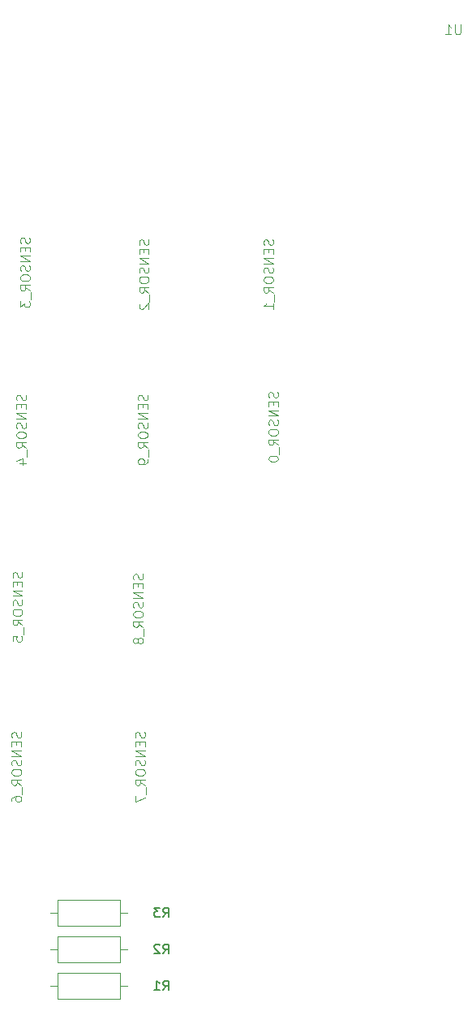
<source format=gbr>
G04 #@! TF.GenerationSoftware,KiCad,Pcbnew,8.0.0*
G04 #@! TF.CreationDate,2024-10-02T08:02:54-07:00*
G04 #@! TF.ProjectId,sumitomo_node_v3,73756d69-746f-46d6-9f5f-6e6f64655f76,rev?*
G04 #@! TF.SameCoordinates,Original*
G04 #@! TF.FileFunction,Legend,Bot*
G04 #@! TF.FilePolarity,Positive*
%FSLAX46Y46*%
G04 Gerber Fmt 4.6, Leading zero omitted, Abs format (unit mm)*
G04 Created by KiCad (PCBNEW 8.0.0) date 2024-10-02 08:02:54*
%MOMM*%
%LPD*%
G01*
G04 APERTURE LIST*
%ADD10C,0.100000*%
%ADD11C,0.150000*%
%ADD12C,0.120000*%
%ADD13C,3.200000*%
%ADD14C,1.600000*%
%ADD15O,1.600000X1.600000*%
%ADD16R,2.400000X2.400000*%
%ADD17R,2.400000X1.600000*%
%ADD18O,2.400000X1.600000*%
%ADD19R,2.200000X2.200000*%
%ADD20O,2.200000X2.200000*%
%ADD21R,1.800000X1.800000*%
%ADD22C,1.800000*%
%ADD23R,2.000000X2.000000*%
%ADD24R,1.600000X1.600000*%
G04 APERTURE END LIST*
D10*
X82324800Y-76756265D02*
X82372419Y-76899122D01*
X82372419Y-76899122D02*
X82372419Y-77137217D01*
X82372419Y-77137217D02*
X82324800Y-77232455D01*
X82324800Y-77232455D02*
X82277180Y-77280074D01*
X82277180Y-77280074D02*
X82181942Y-77327693D01*
X82181942Y-77327693D02*
X82086704Y-77327693D01*
X82086704Y-77327693D02*
X81991466Y-77280074D01*
X81991466Y-77280074D02*
X81943847Y-77232455D01*
X81943847Y-77232455D02*
X81896228Y-77137217D01*
X81896228Y-77137217D02*
X81848609Y-76946741D01*
X81848609Y-76946741D02*
X81800990Y-76851503D01*
X81800990Y-76851503D02*
X81753371Y-76803884D01*
X81753371Y-76803884D02*
X81658133Y-76756265D01*
X81658133Y-76756265D02*
X81562895Y-76756265D01*
X81562895Y-76756265D02*
X81467657Y-76803884D01*
X81467657Y-76803884D02*
X81420038Y-76851503D01*
X81420038Y-76851503D02*
X81372419Y-76946741D01*
X81372419Y-76946741D02*
X81372419Y-77184836D01*
X81372419Y-77184836D02*
X81420038Y-77327693D01*
X81848609Y-77756265D02*
X81848609Y-78089598D01*
X82372419Y-78232455D02*
X82372419Y-77756265D01*
X82372419Y-77756265D02*
X81372419Y-77756265D01*
X81372419Y-77756265D02*
X81372419Y-78232455D01*
X82372419Y-78661027D02*
X81372419Y-78661027D01*
X81372419Y-78661027D02*
X82372419Y-79232455D01*
X82372419Y-79232455D02*
X81372419Y-79232455D01*
X82324800Y-79661027D02*
X82372419Y-79803884D01*
X82372419Y-79803884D02*
X82372419Y-80041979D01*
X82372419Y-80041979D02*
X82324800Y-80137217D01*
X82324800Y-80137217D02*
X82277180Y-80184836D01*
X82277180Y-80184836D02*
X82181942Y-80232455D01*
X82181942Y-80232455D02*
X82086704Y-80232455D01*
X82086704Y-80232455D02*
X81991466Y-80184836D01*
X81991466Y-80184836D02*
X81943847Y-80137217D01*
X81943847Y-80137217D02*
X81896228Y-80041979D01*
X81896228Y-80041979D02*
X81848609Y-79851503D01*
X81848609Y-79851503D02*
X81800990Y-79756265D01*
X81800990Y-79756265D02*
X81753371Y-79708646D01*
X81753371Y-79708646D02*
X81658133Y-79661027D01*
X81658133Y-79661027D02*
X81562895Y-79661027D01*
X81562895Y-79661027D02*
X81467657Y-79708646D01*
X81467657Y-79708646D02*
X81420038Y-79756265D01*
X81420038Y-79756265D02*
X81372419Y-79851503D01*
X81372419Y-79851503D02*
X81372419Y-80089598D01*
X81372419Y-80089598D02*
X81420038Y-80232455D01*
X81372419Y-80851503D02*
X81372419Y-81041979D01*
X81372419Y-81041979D02*
X81420038Y-81137217D01*
X81420038Y-81137217D02*
X81515276Y-81232455D01*
X81515276Y-81232455D02*
X81705752Y-81280074D01*
X81705752Y-81280074D02*
X82039085Y-81280074D01*
X82039085Y-81280074D02*
X82229561Y-81232455D01*
X82229561Y-81232455D02*
X82324800Y-81137217D01*
X82324800Y-81137217D02*
X82372419Y-81041979D01*
X82372419Y-81041979D02*
X82372419Y-80851503D01*
X82372419Y-80851503D02*
X82324800Y-80756265D01*
X82324800Y-80756265D02*
X82229561Y-80661027D01*
X82229561Y-80661027D02*
X82039085Y-80613408D01*
X82039085Y-80613408D02*
X81705752Y-80613408D01*
X81705752Y-80613408D02*
X81515276Y-80661027D01*
X81515276Y-80661027D02*
X81420038Y-80756265D01*
X81420038Y-80756265D02*
X81372419Y-80851503D01*
X82372419Y-82280074D02*
X81896228Y-81946741D01*
X82372419Y-81708646D02*
X81372419Y-81708646D01*
X81372419Y-81708646D02*
X81372419Y-82089598D01*
X81372419Y-82089598D02*
X81420038Y-82184836D01*
X81420038Y-82184836D02*
X81467657Y-82232455D01*
X81467657Y-82232455D02*
X81562895Y-82280074D01*
X81562895Y-82280074D02*
X81705752Y-82280074D01*
X81705752Y-82280074D02*
X81800990Y-82232455D01*
X81800990Y-82232455D02*
X81848609Y-82184836D01*
X81848609Y-82184836D02*
X81896228Y-82089598D01*
X81896228Y-82089598D02*
X81896228Y-81708646D01*
X82467657Y-82470551D02*
X82467657Y-83232455D01*
X82372419Y-83518170D02*
X82372419Y-83708646D01*
X82372419Y-83708646D02*
X82324800Y-83803884D01*
X82324800Y-83803884D02*
X82277180Y-83851503D01*
X82277180Y-83851503D02*
X82134323Y-83946741D01*
X82134323Y-83946741D02*
X81943847Y-83994360D01*
X81943847Y-83994360D02*
X81562895Y-83994360D01*
X81562895Y-83994360D02*
X81467657Y-83946741D01*
X81467657Y-83946741D02*
X81420038Y-83899122D01*
X81420038Y-83899122D02*
X81372419Y-83803884D01*
X81372419Y-83803884D02*
X81372419Y-83613408D01*
X81372419Y-83613408D02*
X81420038Y-83518170D01*
X81420038Y-83518170D02*
X81467657Y-83470551D01*
X81467657Y-83470551D02*
X81562895Y-83422932D01*
X81562895Y-83422932D02*
X81800990Y-83422932D01*
X81800990Y-83422932D02*
X81896228Y-83470551D01*
X81896228Y-83470551D02*
X81943847Y-83518170D01*
X81943847Y-83518170D02*
X81991466Y-83613408D01*
X81991466Y-83613408D02*
X81991466Y-83803884D01*
X81991466Y-83803884D02*
X81943847Y-83899122D01*
X81943847Y-83899122D02*
X81896228Y-83946741D01*
X81896228Y-83946741D02*
X81800990Y-83994360D01*
X81824800Y-95456265D02*
X81872419Y-95599122D01*
X81872419Y-95599122D02*
X81872419Y-95837217D01*
X81872419Y-95837217D02*
X81824800Y-95932455D01*
X81824800Y-95932455D02*
X81777180Y-95980074D01*
X81777180Y-95980074D02*
X81681942Y-96027693D01*
X81681942Y-96027693D02*
X81586704Y-96027693D01*
X81586704Y-96027693D02*
X81491466Y-95980074D01*
X81491466Y-95980074D02*
X81443847Y-95932455D01*
X81443847Y-95932455D02*
X81396228Y-95837217D01*
X81396228Y-95837217D02*
X81348609Y-95646741D01*
X81348609Y-95646741D02*
X81300990Y-95551503D01*
X81300990Y-95551503D02*
X81253371Y-95503884D01*
X81253371Y-95503884D02*
X81158133Y-95456265D01*
X81158133Y-95456265D02*
X81062895Y-95456265D01*
X81062895Y-95456265D02*
X80967657Y-95503884D01*
X80967657Y-95503884D02*
X80920038Y-95551503D01*
X80920038Y-95551503D02*
X80872419Y-95646741D01*
X80872419Y-95646741D02*
X80872419Y-95884836D01*
X80872419Y-95884836D02*
X80920038Y-96027693D01*
X81348609Y-96456265D02*
X81348609Y-96789598D01*
X81872419Y-96932455D02*
X81872419Y-96456265D01*
X81872419Y-96456265D02*
X80872419Y-96456265D01*
X80872419Y-96456265D02*
X80872419Y-96932455D01*
X81872419Y-97361027D02*
X80872419Y-97361027D01*
X80872419Y-97361027D02*
X81872419Y-97932455D01*
X81872419Y-97932455D02*
X80872419Y-97932455D01*
X81824800Y-98361027D02*
X81872419Y-98503884D01*
X81872419Y-98503884D02*
X81872419Y-98741979D01*
X81872419Y-98741979D02*
X81824800Y-98837217D01*
X81824800Y-98837217D02*
X81777180Y-98884836D01*
X81777180Y-98884836D02*
X81681942Y-98932455D01*
X81681942Y-98932455D02*
X81586704Y-98932455D01*
X81586704Y-98932455D02*
X81491466Y-98884836D01*
X81491466Y-98884836D02*
X81443847Y-98837217D01*
X81443847Y-98837217D02*
X81396228Y-98741979D01*
X81396228Y-98741979D02*
X81348609Y-98551503D01*
X81348609Y-98551503D02*
X81300990Y-98456265D01*
X81300990Y-98456265D02*
X81253371Y-98408646D01*
X81253371Y-98408646D02*
X81158133Y-98361027D01*
X81158133Y-98361027D02*
X81062895Y-98361027D01*
X81062895Y-98361027D02*
X80967657Y-98408646D01*
X80967657Y-98408646D02*
X80920038Y-98456265D01*
X80920038Y-98456265D02*
X80872419Y-98551503D01*
X80872419Y-98551503D02*
X80872419Y-98789598D01*
X80872419Y-98789598D02*
X80920038Y-98932455D01*
X80872419Y-99551503D02*
X80872419Y-99741979D01*
X80872419Y-99741979D02*
X80920038Y-99837217D01*
X80920038Y-99837217D02*
X81015276Y-99932455D01*
X81015276Y-99932455D02*
X81205752Y-99980074D01*
X81205752Y-99980074D02*
X81539085Y-99980074D01*
X81539085Y-99980074D02*
X81729561Y-99932455D01*
X81729561Y-99932455D02*
X81824800Y-99837217D01*
X81824800Y-99837217D02*
X81872419Y-99741979D01*
X81872419Y-99741979D02*
X81872419Y-99551503D01*
X81872419Y-99551503D02*
X81824800Y-99456265D01*
X81824800Y-99456265D02*
X81729561Y-99361027D01*
X81729561Y-99361027D02*
X81539085Y-99313408D01*
X81539085Y-99313408D02*
X81205752Y-99313408D01*
X81205752Y-99313408D02*
X81015276Y-99361027D01*
X81015276Y-99361027D02*
X80920038Y-99456265D01*
X80920038Y-99456265D02*
X80872419Y-99551503D01*
X81872419Y-100980074D02*
X81396228Y-100646741D01*
X81872419Y-100408646D02*
X80872419Y-100408646D01*
X80872419Y-100408646D02*
X80872419Y-100789598D01*
X80872419Y-100789598D02*
X80920038Y-100884836D01*
X80920038Y-100884836D02*
X80967657Y-100932455D01*
X80967657Y-100932455D02*
X81062895Y-100980074D01*
X81062895Y-100980074D02*
X81205752Y-100980074D01*
X81205752Y-100980074D02*
X81300990Y-100932455D01*
X81300990Y-100932455D02*
X81348609Y-100884836D01*
X81348609Y-100884836D02*
X81396228Y-100789598D01*
X81396228Y-100789598D02*
X81396228Y-100408646D01*
X81967657Y-101170551D02*
X81967657Y-101932455D01*
X81300990Y-102313408D02*
X81253371Y-102218170D01*
X81253371Y-102218170D02*
X81205752Y-102170551D01*
X81205752Y-102170551D02*
X81110514Y-102122932D01*
X81110514Y-102122932D02*
X81062895Y-102122932D01*
X81062895Y-102122932D02*
X80967657Y-102170551D01*
X80967657Y-102170551D02*
X80920038Y-102218170D01*
X80920038Y-102218170D02*
X80872419Y-102313408D01*
X80872419Y-102313408D02*
X80872419Y-102503884D01*
X80872419Y-102503884D02*
X80920038Y-102599122D01*
X80920038Y-102599122D02*
X80967657Y-102646741D01*
X80967657Y-102646741D02*
X81062895Y-102694360D01*
X81062895Y-102694360D02*
X81110514Y-102694360D01*
X81110514Y-102694360D02*
X81205752Y-102646741D01*
X81205752Y-102646741D02*
X81253371Y-102599122D01*
X81253371Y-102599122D02*
X81300990Y-102503884D01*
X81300990Y-102503884D02*
X81300990Y-102313408D01*
X81300990Y-102313408D02*
X81348609Y-102218170D01*
X81348609Y-102218170D02*
X81396228Y-102170551D01*
X81396228Y-102170551D02*
X81491466Y-102122932D01*
X81491466Y-102122932D02*
X81681942Y-102122932D01*
X81681942Y-102122932D02*
X81777180Y-102170551D01*
X81777180Y-102170551D02*
X81824800Y-102218170D01*
X81824800Y-102218170D02*
X81872419Y-102313408D01*
X81872419Y-102313408D02*
X81872419Y-102503884D01*
X81872419Y-102503884D02*
X81824800Y-102599122D01*
X81824800Y-102599122D02*
X81777180Y-102646741D01*
X81777180Y-102646741D02*
X81681942Y-102694360D01*
X81681942Y-102694360D02*
X81491466Y-102694360D01*
X81491466Y-102694360D02*
X81396228Y-102646741D01*
X81396228Y-102646741D02*
X81348609Y-102599122D01*
X81348609Y-102599122D02*
X81300990Y-102503884D01*
X82024800Y-111956265D02*
X82072419Y-112099122D01*
X82072419Y-112099122D02*
X82072419Y-112337217D01*
X82072419Y-112337217D02*
X82024800Y-112432455D01*
X82024800Y-112432455D02*
X81977180Y-112480074D01*
X81977180Y-112480074D02*
X81881942Y-112527693D01*
X81881942Y-112527693D02*
X81786704Y-112527693D01*
X81786704Y-112527693D02*
X81691466Y-112480074D01*
X81691466Y-112480074D02*
X81643847Y-112432455D01*
X81643847Y-112432455D02*
X81596228Y-112337217D01*
X81596228Y-112337217D02*
X81548609Y-112146741D01*
X81548609Y-112146741D02*
X81500990Y-112051503D01*
X81500990Y-112051503D02*
X81453371Y-112003884D01*
X81453371Y-112003884D02*
X81358133Y-111956265D01*
X81358133Y-111956265D02*
X81262895Y-111956265D01*
X81262895Y-111956265D02*
X81167657Y-112003884D01*
X81167657Y-112003884D02*
X81120038Y-112051503D01*
X81120038Y-112051503D02*
X81072419Y-112146741D01*
X81072419Y-112146741D02*
X81072419Y-112384836D01*
X81072419Y-112384836D02*
X81120038Y-112527693D01*
X81548609Y-112956265D02*
X81548609Y-113289598D01*
X82072419Y-113432455D02*
X82072419Y-112956265D01*
X82072419Y-112956265D02*
X81072419Y-112956265D01*
X81072419Y-112956265D02*
X81072419Y-113432455D01*
X82072419Y-113861027D02*
X81072419Y-113861027D01*
X81072419Y-113861027D02*
X82072419Y-114432455D01*
X82072419Y-114432455D02*
X81072419Y-114432455D01*
X82024800Y-114861027D02*
X82072419Y-115003884D01*
X82072419Y-115003884D02*
X82072419Y-115241979D01*
X82072419Y-115241979D02*
X82024800Y-115337217D01*
X82024800Y-115337217D02*
X81977180Y-115384836D01*
X81977180Y-115384836D02*
X81881942Y-115432455D01*
X81881942Y-115432455D02*
X81786704Y-115432455D01*
X81786704Y-115432455D02*
X81691466Y-115384836D01*
X81691466Y-115384836D02*
X81643847Y-115337217D01*
X81643847Y-115337217D02*
X81596228Y-115241979D01*
X81596228Y-115241979D02*
X81548609Y-115051503D01*
X81548609Y-115051503D02*
X81500990Y-114956265D01*
X81500990Y-114956265D02*
X81453371Y-114908646D01*
X81453371Y-114908646D02*
X81358133Y-114861027D01*
X81358133Y-114861027D02*
X81262895Y-114861027D01*
X81262895Y-114861027D02*
X81167657Y-114908646D01*
X81167657Y-114908646D02*
X81120038Y-114956265D01*
X81120038Y-114956265D02*
X81072419Y-115051503D01*
X81072419Y-115051503D02*
X81072419Y-115289598D01*
X81072419Y-115289598D02*
X81120038Y-115432455D01*
X81072419Y-116051503D02*
X81072419Y-116241979D01*
X81072419Y-116241979D02*
X81120038Y-116337217D01*
X81120038Y-116337217D02*
X81215276Y-116432455D01*
X81215276Y-116432455D02*
X81405752Y-116480074D01*
X81405752Y-116480074D02*
X81739085Y-116480074D01*
X81739085Y-116480074D02*
X81929561Y-116432455D01*
X81929561Y-116432455D02*
X82024800Y-116337217D01*
X82024800Y-116337217D02*
X82072419Y-116241979D01*
X82072419Y-116241979D02*
X82072419Y-116051503D01*
X82072419Y-116051503D02*
X82024800Y-115956265D01*
X82024800Y-115956265D02*
X81929561Y-115861027D01*
X81929561Y-115861027D02*
X81739085Y-115813408D01*
X81739085Y-115813408D02*
X81405752Y-115813408D01*
X81405752Y-115813408D02*
X81215276Y-115861027D01*
X81215276Y-115861027D02*
X81120038Y-115956265D01*
X81120038Y-115956265D02*
X81072419Y-116051503D01*
X82072419Y-117480074D02*
X81596228Y-117146741D01*
X82072419Y-116908646D02*
X81072419Y-116908646D01*
X81072419Y-116908646D02*
X81072419Y-117289598D01*
X81072419Y-117289598D02*
X81120038Y-117384836D01*
X81120038Y-117384836D02*
X81167657Y-117432455D01*
X81167657Y-117432455D02*
X81262895Y-117480074D01*
X81262895Y-117480074D02*
X81405752Y-117480074D01*
X81405752Y-117480074D02*
X81500990Y-117432455D01*
X81500990Y-117432455D02*
X81548609Y-117384836D01*
X81548609Y-117384836D02*
X81596228Y-117289598D01*
X81596228Y-117289598D02*
X81596228Y-116908646D01*
X82167657Y-117670551D02*
X82167657Y-118432455D01*
X81072419Y-118575313D02*
X81072419Y-119241979D01*
X81072419Y-119241979D02*
X82072419Y-118813408D01*
X69124800Y-111956265D02*
X69172419Y-112099122D01*
X69172419Y-112099122D02*
X69172419Y-112337217D01*
X69172419Y-112337217D02*
X69124800Y-112432455D01*
X69124800Y-112432455D02*
X69077180Y-112480074D01*
X69077180Y-112480074D02*
X68981942Y-112527693D01*
X68981942Y-112527693D02*
X68886704Y-112527693D01*
X68886704Y-112527693D02*
X68791466Y-112480074D01*
X68791466Y-112480074D02*
X68743847Y-112432455D01*
X68743847Y-112432455D02*
X68696228Y-112337217D01*
X68696228Y-112337217D02*
X68648609Y-112146741D01*
X68648609Y-112146741D02*
X68600990Y-112051503D01*
X68600990Y-112051503D02*
X68553371Y-112003884D01*
X68553371Y-112003884D02*
X68458133Y-111956265D01*
X68458133Y-111956265D02*
X68362895Y-111956265D01*
X68362895Y-111956265D02*
X68267657Y-112003884D01*
X68267657Y-112003884D02*
X68220038Y-112051503D01*
X68220038Y-112051503D02*
X68172419Y-112146741D01*
X68172419Y-112146741D02*
X68172419Y-112384836D01*
X68172419Y-112384836D02*
X68220038Y-112527693D01*
X68648609Y-112956265D02*
X68648609Y-113289598D01*
X69172419Y-113432455D02*
X69172419Y-112956265D01*
X69172419Y-112956265D02*
X68172419Y-112956265D01*
X68172419Y-112956265D02*
X68172419Y-113432455D01*
X69172419Y-113861027D02*
X68172419Y-113861027D01*
X68172419Y-113861027D02*
X69172419Y-114432455D01*
X69172419Y-114432455D02*
X68172419Y-114432455D01*
X69124800Y-114861027D02*
X69172419Y-115003884D01*
X69172419Y-115003884D02*
X69172419Y-115241979D01*
X69172419Y-115241979D02*
X69124800Y-115337217D01*
X69124800Y-115337217D02*
X69077180Y-115384836D01*
X69077180Y-115384836D02*
X68981942Y-115432455D01*
X68981942Y-115432455D02*
X68886704Y-115432455D01*
X68886704Y-115432455D02*
X68791466Y-115384836D01*
X68791466Y-115384836D02*
X68743847Y-115337217D01*
X68743847Y-115337217D02*
X68696228Y-115241979D01*
X68696228Y-115241979D02*
X68648609Y-115051503D01*
X68648609Y-115051503D02*
X68600990Y-114956265D01*
X68600990Y-114956265D02*
X68553371Y-114908646D01*
X68553371Y-114908646D02*
X68458133Y-114861027D01*
X68458133Y-114861027D02*
X68362895Y-114861027D01*
X68362895Y-114861027D02*
X68267657Y-114908646D01*
X68267657Y-114908646D02*
X68220038Y-114956265D01*
X68220038Y-114956265D02*
X68172419Y-115051503D01*
X68172419Y-115051503D02*
X68172419Y-115289598D01*
X68172419Y-115289598D02*
X68220038Y-115432455D01*
X68172419Y-116051503D02*
X68172419Y-116241979D01*
X68172419Y-116241979D02*
X68220038Y-116337217D01*
X68220038Y-116337217D02*
X68315276Y-116432455D01*
X68315276Y-116432455D02*
X68505752Y-116480074D01*
X68505752Y-116480074D02*
X68839085Y-116480074D01*
X68839085Y-116480074D02*
X69029561Y-116432455D01*
X69029561Y-116432455D02*
X69124800Y-116337217D01*
X69124800Y-116337217D02*
X69172419Y-116241979D01*
X69172419Y-116241979D02*
X69172419Y-116051503D01*
X69172419Y-116051503D02*
X69124800Y-115956265D01*
X69124800Y-115956265D02*
X69029561Y-115861027D01*
X69029561Y-115861027D02*
X68839085Y-115813408D01*
X68839085Y-115813408D02*
X68505752Y-115813408D01*
X68505752Y-115813408D02*
X68315276Y-115861027D01*
X68315276Y-115861027D02*
X68220038Y-115956265D01*
X68220038Y-115956265D02*
X68172419Y-116051503D01*
X69172419Y-117480074D02*
X68696228Y-117146741D01*
X69172419Y-116908646D02*
X68172419Y-116908646D01*
X68172419Y-116908646D02*
X68172419Y-117289598D01*
X68172419Y-117289598D02*
X68220038Y-117384836D01*
X68220038Y-117384836D02*
X68267657Y-117432455D01*
X68267657Y-117432455D02*
X68362895Y-117480074D01*
X68362895Y-117480074D02*
X68505752Y-117480074D01*
X68505752Y-117480074D02*
X68600990Y-117432455D01*
X68600990Y-117432455D02*
X68648609Y-117384836D01*
X68648609Y-117384836D02*
X68696228Y-117289598D01*
X68696228Y-117289598D02*
X68696228Y-116908646D01*
X69267657Y-117670551D02*
X69267657Y-118432455D01*
X68172419Y-119099122D02*
X68172419Y-118908646D01*
X68172419Y-118908646D02*
X68220038Y-118813408D01*
X68220038Y-118813408D02*
X68267657Y-118765789D01*
X68267657Y-118765789D02*
X68410514Y-118670551D01*
X68410514Y-118670551D02*
X68600990Y-118622932D01*
X68600990Y-118622932D02*
X68981942Y-118622932D01*
X68981942Y-118622932D02*
X69077180Y-118670551D01*
X69077180Y-118670551D02*
X69124800Y-118718170D01*
X69124800Y-118718170D02*
X69172419Y-118813408D01*
X69172419Y-118813408D02*
X69172419Y-119003884D01*
X69172419Y-119003884D02*
X69124800Y-119099122D01*
X69124800Y-119099122D02*
X69077180Y-119146741D01*
X69077180Y-119146741D02*
X68981942Y-119194360D01*
X68981942Y-119194360D02*
X68743847Y-119194360D01*
X68743847Y-119194360D02*
X68648609Y-119146741D01*
X68648609Y-119146741D02*
X68600990Y-119099122D01*
X68600990Y-119099122D02*
X68553371Y-119003884D01*
X68553371Y-119003884D02*
X68553371Y-118813408D01*
X68553371Y-118813408D02*
X68600990Y-118718170D01*
X68600990Y-118718170D02*
X68648609Y-118670551D01*
X68648609Y-118670551D02*
X68743847Y-118622932D01*
X69224800Y-95256265D02*
X69272419Y-95399122D01*
X69272419Y-95399122D02*
X69272419Y-95637217D01*
X69272419Y-95637217D02*
X69224800Y-95732455D01*
X69224800Y-95732455D02*
X69177180Y-95780074D01*
X69177180Y-95780074D02*
X69081942Y-95827693D01*
X69081942Y-95827693D02*
X68986704Y-95827693D01*
X68986704Y-95827693D02*
X68891466Y-95780074D01*
X68891466Y-95780074D02*
X68843847Y-95732455D01*
X68843847Y-95732455D02*
X68796228Y-95637217D01*
X68796228Y-95637217D02*
X68748609Y-95446741D01*
X68748609Y-95446741D02*
X68700990Y-95351503D01*
X68700990Y-95351503D02*
X68653371Y-95303884D01*
X68653371Y-95303884D02*
X68558133Y-95256265D01*
X68558133Y-95256265D02*
X68462895Y-95256265D01*
X68462895Y-95256265D02*
X68367657Y-95303884D01*
X68367657Y-95303884D02*
X68320038Y-95351503D01*
X68320038Y-95351503D02*
X68272419Y-95446741D01*
X68272419Y-95446741D02*
X68272419Y-95684836D01*
X68272419Y-95684836D02*
X68320038Y-95827693D01*
X68748609Y-96256265D02*
X68748609Y-96589598D01*
X69272419Y-96732455D02*
X69272419Y-96256265D01*
X69272419Y-96256265D02*
X68272419Y-96256265D01*
X68272419Y-96256265D02*
X68272419Y-96732455D01*
X69272419Y-97161027D02*
X68272419Y-97161027D01*
X68272419Y-97161027D02*
X69272419Y-97732455D01*
X69272419Y-97732455D02*
X68272419Y-97732455D01*
X69224800Y-98161027D02*
X69272419Y-98303884D01*
X69272419Y-98303884D02*
X69272419Y-98541979D01*
X69272419Y-98541979D02*
X69224800Y-98637217D01*
X69224800Y-98637217D02*
X69177180Y-98684836D01*
X69177180Y-98684836D02*
X69081942Y-98732455D01*
X69081942Y-98732455D02*
X68986704Y-98732455D01*
X68986704Y-98732455D02*
X68891466Y-98684836D01*
X68891466Y-98684836D02*
X68843847Y-98637217D01*
X68843847Y-98637217D02*
X68796228Y-98541979D01*
X68796228Y-98541979D02*
X68748609Y-98351503D01*
X68748609Y-98351503D02*
X68700990Y-98256265D01*
X68700990Y-98256265D02*
X68653371Y-98208646D01*
X68653371Y-98208646D02*
X68558133Y-98161027D01*
X68558133Y-98161027D02*
X68462895Y-98161027D01*
X68462895Y-98161027D02*
X68367657Y-98208646D01*
X68367657Y-98208646D02*
X68320038Y-98256265D01*
X68320038Y-98256265D02*
X68272419Y-98351503D01*
X68272419Y-98351503D02*
X68272419Y-98589598D01*
X68272419Y-98589598D02*
X68320038Y-98732455D01*
X68272419Y-99351503D02*
X68272419Y-99541979D01*
X68272419Y-99541979D02*
X68320038Y-99637217D01*
X68320038Y-99637217D02*
X68415276Y-99732455D01*
X68415276Y-99732455D02*
X68605752Y-99780074D01*
X68605752Y-99780074D02*
X68939085Y-99780074D01*
X68939085Y-99780074D02*
X69129561Y-99732455D01*
X69129561Y-99732455D02*
X69224800Y-99637217D01*
X69224800Y-99637217D02*
X69272419Y-99541979D01*
X69272419Y-99541979D02*
X69272419Y-99351503D01*
X69272419Y-99351503D02*
X69224800Y-99256265D01*
X69224800Y-99256265D02*
X69129561Y-99161027D01*
X69129561Y-99161027D02*
X68939085Y-99113408D01*
X68939085Y-99113408D02*
X68605752Y-99113408D01*
X68605752Y-99113408D02*
X68415276Y-99161027D01*
X68415276Y-99161027D02*
X68320038Y-99256265D01*
X68320038Y-99256265D02*
X68272419Y-99351503D01*
X69272419Y-100780074D02*
X68796228Y-100446741D01*
X69272419Y-100208646D02*
X68272419Y-100208646D01*
X68272419Y-100208646D02*
X68272419Y-100589598D01*
X68272419Y-100589598D02*
X68320038Y-100684836D01*
X68320038Y-100684836D02*
X68367657Y-100732455D01*
X68367657Y-100732455D02*
X68462895Y-100780074D01*
X68462895Y-100780074D02*
X68605752Y-100780074D01*
X68605752Y-100780074D02*
X68700990Y-100732455D01*
X68700990Y-100732455D02*
X68748609Y-100684836D01*
X68748609Y-100684836D02*
X68796228Y-100589598D01*
X68796228Y-100589598D02*
X68796228Y-100208646D01*
X69367657Y-100970551D02*
X69367657Y-101732455D01*
X68272419Y-102446741D02*
X68272419Y-101970551D01*
X68272419Y-101970551D02*
X68748609Y-101922932D01*
X68748609Y-101922932D02*
X68700990Y-101970551D01*
X68700990Y-101970551D02*
X68653371Y-102065789D01*
X68653371Y-102065789D02*
X68653371Y-102303884D01*
X68653371Y-102303884D02*
X68700990Y-102399122D01*
X68700990Y-102399122D02*
X68748609Y-102446741D01*
X68748609Y-102446741D02*
X68843847Y-102494360D01*
X68843847Y-102494360D02*
X69081942Y-102494360D01*
X69081942Y-102494360D02*
X69177180Y-102446741D01*
X69177180Y-102446741D02*
X69224800Y-102399122D01*
X69224800Y-102399122D02*
X69272419Y-102303884D01*
X69272419Y-102303884D02*
X69272419Y-102065789D01*
X69272419Y-102065789D02*
X69224800Y-101970551D01*
X69224800Y-101970551D02*
X69177180Y-101922932D01*
X69624800Y-76756265D02*
X69672419Y-76899122D01*
X69672419Y-76899122D02*
X69672419Y-77137217D01*
X69672419Y-77137217D02*
X69624800Y-77232455D01*
X69624800Y-77232455D02*
X69577180Y-77280074D01*
X69577180Y-77280074D02*
X69481942Y-77327693D01*
X69481942Y-77327693D02*
X69386704Y-77327693D01*
X69386704Y-77327693D02*
X69291466Y-77280074D01*
X69291466Y-77280074D02*
X69243847Y-77232455D01*
X69243847Y-77232455D02*
X69196228Y-77137217D01*
X69196228Y-77137217D02*
X69148609Y-76946741D01*
X69148609Y-76946741D02*
X69100990Y-76851503D01*
X69100990Y-76851503D02*
X69053371Y-76803884D01*
X69053371Y-76803884D02*
X68958133Y-76756265D01*
X68958133Y-76756265D02*
X68862895Y-76756265D01*
X68862895Y-76756265D02*
X68767657Y-76803884D01*
X68767657Y-76803884D02*
X68720038Y-76851503D01*
X68720038Y-76851503D02*
X68672419Y-76946741D01*
X68672419Y-76946741D02*
X68672419Y-77184836D01*
X68672419Y-77184836D02*
X68720038Y-77327693D01*
X69148609Y-77756265D02*
X69148609Y-78089598D01*
X69672419Y-78232455D02*
X69672419Y-77756265D01*
X69672419Y-77756265D02*
X68672419Y-77756265D01*
X68672419Y-77756265D02*
X68672419Y-78232455D01*
X69672419Y-78661027D02*
X68672419Y-78661027D01*
X68672419Y-78661027D02*
X69672419Y-79232455D01*
X69672419Y-79232455D02*
X68672419Y-79232455D01*
X69624800Y-79661027D02*
X69672419Y-79803884D01*
X69672419Y-79803884D02*
X69672419Y-80041979D01*
X69672419Y-80041979D02*
X69624800Y-80137217D01*
X69624800Y-80137217D02*
X69577180Y-80184836D01*
X69577180Y-80184836D02*
X69481942Y-80232455D01*
X69481942Y-80232455D02*
X69386704Y-80232455D01*
X69386704Y-80232455D02*
X69291466Y-80184836D01*
X69291466Y-80184836D02*
X69243847Y-80137217D01*
X69243847Y-80137217D02*
X69196228Y-80041979D01*
X69196228Y-80041979D02*
X69148609Y-79851503D01*
X69148609Y-79851503D02*
X69100990Y-79756265D01*
X69100990Y-79756265D02*
X69053371Y-79708646D01*
X69053371Y-79708646D02*
X68958133Y-79661027D01*
X68958133Y-79661027D02*
X68862895Y-79661027D01*
X68862895Y-79661027D02*
X68767657Y-79708646D01*
X68767657Y-79708646D02*
X68720038Y-79756265D01*
X68720038Y-79756265D02*
X68672419Y-79851503D01*
X68672419Y-79851503D02*
X68672419Y-80089598D01*
X68672419Y-80089598D02*
X68720038Y-80232455D01*
X68672419Y-80851503D02*
X68672419Y-81041979D01*
X68672419Y-81041979D02*
X68720038Y-81137217D01*
X68720038Y-81137217D02*
X68815276Y-81232455D01*
X68815276Y-81232455D02*
X69005752Y-81280074D01*
X69005752Y-81280074D02*
X69339085Y-81280074D01*
X69339085Y-81280074D02*
X69529561Y-81232455D01*
X69529561Y-81232455D02*
X69624800Y-81137217D01*
X69624800Y-81137217D02*
X69672419Y-81041979D01*
X69672419Y-81041979D02*
X69672419Y-80851503D01*
X69672419Y-80851503D02*
X69624800Y-80756265D01*
X69624800Y-80756265D02*
X69529561Y-80661027D01*
X69529561Y-80661027D02*
X69339085Y-80613408D01*
X69339085Y-80613408D02*
X69005752Y-80613408D01*
X69005752Y-80613408D02*
X68815276Y-80661027D01*
X68815276Y-80661027D02*
X68720038Y-80756265D01*
X68720038Y-80756265D02*
X68672419Y-80851503D01*
X69672419Y-82280074D02*
X69196228Y-81946741D01*
X69672419Y-81708646D02*
X68672419Y-81708646D01*
X68672419Y-81708646D02*
X68672419Y-82089598D01*
X68672419Y-82089598D02*
X68720038Y-82184836D01*
X68720038Y-82184836D02*
X68767657Y-82232455D01*
X68767657Y-82232455D02*
X68862895Y-82280074D01*
X68862895Y-82280074D02*
X69005752Y-82280074D01*
X69005752Y-82280074D02*
X69100990Y-82232455D01*
X69100990Y-82232455D02*
X69148609Y-82184836D01*
X69148609Y-82184836D02*
X69196228Y-82089598D01*
X69196228Y-82089598D02*
X69196228Y-81708646D01*
X69767657Y-82470551D02*
X69767657Y-83232455D01*
X69005752Y-83899122D02*
X69672419Y-83899122D01*
X68624800Y-83661027D02*
X69339085Y-83422932D01*
X69339085Y-83422932D02*
X69339085Y-84041979D01*
X70024800Y-60356265D02*
X70072419Y-60499122D01*
X70072419Y-60499122D02*
X70072419Y-60737217D01*
X70072419Y-60737217D02*
X70024800Y-60832455D01*
X70024800Y-60832455D02*
X69977180Y-60880074D01*
X69977180Y-60880074D02*
X69881942Y-60927693D01*
X69881942Y-60927693D02*
X69786704Y-60927693D01*
X69786704Y-60927693D02*
X69691466Y-60880074D01*
X69691466Y-60880074D02*
X69643847Y-60832455D01*
X69643847Y-60832455D02*
X69596228Y-60737217D01*
X69596228Y-60737217D02*
X69548609Y-60546741D01*
X69548609Y-60546741D02*
X69500990Y-60451503D01*
X69500990Y-60451503D02*
X69453371Y-60403884D01*
X69453371Y-60403884D02*
X69358133Y-60356265D01*
X69358133Y-60356265D02*
X69262895Y-60356265D01*
X69262895Y-60356265D02*
X69167657Y-60403884D01*
X69167657Y-60403884D02*
X69120038Y-60451503D01*
X69120038Y-60451503D02*
X69072419Y-60546741D01*
X69072419Y-60546741D02*
X69072419Y-60784836D01*
X69072419Y-60784836D02*
X69120038Y-60927693D01*
X69548609Y-61356265D02*
X69548609Y-61689598D01*
X70072419Y-61832455D02*
X70072419Y-61356265D01*
X70072419Y-61356265D02*
X69072419Y-61356265D01*
X69072419Y-61356265D02*
X69072419Y-61832455D01*
X70072419Y-62261027D02*
X69072419Y-62261027D01*
X69072419Y-62261027D02*
X70072419Y-62832455D01*
X70072419Y-62832455D02*
X69072419Y-62832455D01*
X70024800Y-63261027D02*
X70072419Y-63403884D01*
X70072419Y-63403884D02*
X70072419Y-63641979D01*
X70072419Y-63641979D02*
X70024800Y-63737217D01*
X70024800Y-63737217D02*
X69977180Y-63784836D01*
X69977180Y-63784836D02*
X69881942Y-63832455D01*
X69881942Y-63832455D02*
X69786704Y-63832455D01*
X69786704Y-63832455D02*
X69691466Y-63784836D01*
X69691466Y-63784836D02*
X69643847Y-63737217D01*
X69643847Y-63737217D02*
X69596228Y-63641979D01*
X69596228Y-63641979D02*
X69548609Y-63451503D01*
X69548609Y-63451503D02*
X69500990Y-63356265D01*
X69500990Y-63356265D02*
X69453371Y-63308646D01*
X69453371Y-63308646D02*
X69358133Y-63261027D01*
X69358133Y-63261027D02*
X69262895Y-63261027D01*
X69262895Y-63261027D02*
X69167657Y-63308646D01*
X69167657Y-63308646D02*
X69120038Y-63356265D01*
X69120038Y-63356265D02*
X69072419Y-63451503D01*
X69072419Y-63451503D02*
X69072419Y-63689598D01*
X69072419Y-63689598D02*
X69120038Y-63832455D01*
X69072419Y-64451503D02*
X69072419Y-64641979D01*
X69072419Y-64641979D02*
X69120038Y-64737217D01*
X69120038Y-64737217D02*
X69215276Y-64832455D01*
X69215276Y-64832455D02*
X69405752Y-64880074D01*
X69405752Y-64880074D02*
X69739085Y-64880074D01*
X69739085Y-64880074D02*
X69929561Y-64832455D01*
X69929561Y-64832455D02*
X70024800Y-64737217D01*
X70024800Y-64737217D02*
X70072419Y-64641979D01*
X70072419Y-64641979D02*
X70072419Y-64451503D01*
X70072419Y-64451503D02*
X70024800Y-64356265D01*
X70024800Y-64356265D02*
X69929561Y-64261027D01*
X69929561Y-64261027D02*
X69739085Y-64213408D01*
X69739085Y-64213408D02*
X69405752Y-64213408D01*
X69405752Y-64213408D02*
X69215276Y-64261027D01*
X69215276Y-64261027D02*
X69120038Y-64356265D01*
X69120038Y-64356265D02*
X69072419Y-64451503D01*
X70072419Y-65880074D02*
X69596228Y-65546741D01*
X70072419Y-65308646D02*
X69072419Y-65308646D01*
X69072419Y-65308646D02*
X69072419Y-65689598D01*
X69072419Y-65689598D02*
X69120038Y-65784836D01*
X69120038Y-65784836D02*
X69167657Y-65832455D01*
X69167657Y-65832455D02*
X69262895Y-65880074D01*
X69262895Y-65880074D02*
X69405752Y-65880074D01*
X69405752Y-65880074D02*
X69500990Y-65832455D01*
X69500990Y-65832455D02*
X69548609Y-65784836D01*
X69548609Y-65784836D02*
X69596228Y-65689598D01*
X69596228Y-65689598D02*
X69596228Y-65308646D01*
X70167657Y-66070551D02*
X70167657Y-66832455D01*
X69072419Y-66975313D02*
X69072419Y-67594360D01*
X69072419Y-67594360D02*
X69453371Y-67261027D01*
X69453371Y-67261027D02*
X69453371Y-67403884D01*
X69453371Y-67403884D02*
X69500990Y-67499122D01*
X69500990Y-67499122D02*
X69548609Y-67546741D01*
X69548609Y-67546741D02*
X69643847Y-67594360D01*
X69643847Y-67594360D02*
X69881942Y-67594360D01*
X69881942Y-67594360D02*
X69977180Y-67546741D01*
X69977180Y-67546741D02*
X70024800Y-67499122D01*
X70024800Y-67499122D02*
X70072419Y-67403884D01*
X70072419Y-67403884D02*
X70072419Y-67118170D01*
X70072419Y-67118170D02*
X70024800Y-67022932D01*
X70024800Y-67022932D02*
X69977180Y-66975313D01*
X82424800Y-60556265D02*
X82472419Y-60699122D01*
X82472419Y-60699122D02*
X82472419Y-60937217D01*
X82472419Y-60937217D02*
X82424800Y-61032455D01*
X82424800Y-61032455D02*
X82377180Y-61080074D01*
X82377180Y-61080074D02*
X82281942Y-61127693D01*
X82281942Y-61127693D02*
X82186704Y-61127693D01*
X82186704Y-61127693D02*
X82091466Y-61080074D01*
X82091466Y-61080074D02*
X82043847Y-61032455D01*
X82043847Y-61032455D02*
X81996228Y-60937217D01*
X81996228Y-60937217D02*
X81948609Y-60746741D01*
X81948609Y-60746741D02*
X81900990Y-60651503D01*
X81900990Y-60651503D02*
X81853371Y-60603884D01*
X81853371Y-60603884D02*
X81758133Y-60556265D01*
X81758133Y-60556265D02*
X81662895Y-60556265D01*
X81662895Y-60556265D02*
X81567657Y-60603884D01*
X81567657Y-60603884D02*
X81520038Y-60651503D01*
X81520038Y-60651503D02*
X81472419Y-60746741D01*
X81472419Y-60746741D02*
X81472419Y-60984836D01*
X81472419Y-60984836D02*
X81520038Y-61127693D01*
X81948609Y-61556265D02*
X81948609Y-61889598D01*
X82472419Y-62032455D02*
X82472419Y-61556265D01*
X82472419Y-61556265D02*
X81472419Y-61556265D01*
X81472419Y-61556265D02*
X81472419Y-62032455D01*
X82472419Y-62461027D02*
X81472419Y-62461027D01*
X81472419Y-62461027D02*
X82472419Y-63032455D01*
X82472419Y-63032455D02*
X81472419Y-63032455D01*
X82424800Y-63461027D02*
X82472419Y-63603884D01*
X82472419Y-63603884D02*
X82472419Y-63841979D01*
X82472419Y-63841979D02*
X82424800Y-63937217D01*
X82424800Y-63937217D02*
X82377180Y-63984836D01*
X82377180Y-63984836D02*
X82281942Y-64032455D01*
X82281942Y-64032455D02*
X82186704Y-64032455D01*
X82186704Y-64032455D02*
X82091466Y-63984836D01*
X82091466Y-63984836D02*
X82043847Y-63937217D01*
X82043847Y-63937217D02*
X81996228Y-63841979D01*
X81996228Y-63841979D02*
X81948609Y-63651503D01*
X81948609Y-63651503D02*
X81900990Y-63556265D01*
X81900990Y-63556265D02*
X81853371Y-63508646D01*
X81853371Y-63508646D02*
X81758133Y-63461027D01*
X81758133Y-63461027D02*
X81662895Y-63461027D01*
X81662895Y-63461027D02*
X81567657Y-63508646D01*
X81567657Y-63508646D02*
X81520038Y-63556265D01*
X81520038Y-63556265D02*
X81472419Y-63651503D01*
X81472419Y-63651503D02*
X81472419Y-63889598D01*
X81472419Y-63889598D02*
X81520038Y-64032455D01*
X81472419Y-64651503D02*
X81472419Y-64841979D01*
X81472419Y-64841979D02*
X81520038Y-64937217D01*
X81520038Y-64937217D02*
X81615276Y-65032455D01*
X81615276Y-65032455D02*
X81805752Y-65080074D01*
X81805752Y-65080074D02*
X82139085Y-65080074D01*
X82139085Y-65080074D02*
X82329561Y-65032455D01*
X82329561Y-65032455D02*
X82424800Y-64937217D01*
X82424800Y-64937217D02*
X82472419Y-64841979D01*
X82472419Y-64841979D02*
X82472419Y-64651503D01*
X82472419Y-64651503D02*
X82424800Y-64556265D01*
X82424800Y-64556265D02*
X82329561Y-64461027D01*
X82329561Y-64461027D02*
X82139085Y-64413408D01*
X82139085Y-64413408D02*
X81805752Y-64413408D01*
X81805752Y-64413408D02*
X81615276Y-64461027D01*
X81615276Y-64461027D02*
X81520038Y-64556265D01*
X81520038Y-64556265D02*
X81472419Y-64651503D01*
X82472419Y-66080074D02*
X81996228Y-65746741D01*
X82472419Y-65508646D02*
X81472419Y-65508646D01*
X81472419Y-65508646D02*
X81472419Y-65889598D01*
X81472419Y-65889598D02*
X81520038Y-65984836D01*
X81520038Y-65984836D02*
X81567657Y-66032455D01*
X81567657Y-66032455D02*
X81662895Y-66080074D01*
X81662895Y-66080074D02*
X81805752Y-66080074D01*
X81805752Y-66080074D02*
X81900990Y-66032455D01*
X81900990Y-66032455D02*
X81948609Y-65984836D01*
X81948609Y-65984836D02*
X81996228Y-65889598D01*
X81996228Y-65889598D02*
X81996228Y-65508646D01*
X82567657Y-66270551D02*
X82567657Y-67032455D01*
X81567657Y-67222932D02*
X81520038Y-67270551D01*
X81520038Y-67270551D02*
X81472419Y-67365789D01*
X81472419Y-67365789D02*
X81472419Y-67603884D01*
X81472419Y-67603884D02*
X81520038Y-67699122D01*
X81520038Y-67699122D02*
X81567657Y-67746741D01*
X81567657Y-67746741D02*
X81662895Y-67794360D01*
X81662895Y-67794360D02*
X81758133Y-67794360D01*
X81758133Y-67794360D02*
X81900990Y-67746741D01*
X81900990Y-67746741D02*
X82472419Y-67175313D01*
X82472419Y-67175313D02*
X82472419Y-67794360D01*
X95424800Y-60556265D02*
X95472419Y-60699122D01*
X95472419Y-60699122D02*
X95472419Y-60937217D01*
X95472419Y-60937217D02*
X95424800Y-61032455D01*
X95424800Y-61032455D02*
X95377180Y-61080074D01*
X95377180Y-61080074D02*
X95281942Y-61127693D01*
X95281942Y-61127693D02*
X95186704Y-61127693D01*
X95186704Y-61127693D02*
X95091466Y-61080074D01*
X95091466Y-61080074D02*
X95043847Y-61032455D01*
X95043847Y-61032455D02*
X94996228Y-60937217D01*
X94996228Y-60937217D02*
X94948609Y-60746741D01*
X94948609Y-60746741D02*
X94900990Y-60651503D01*
X94900990Y-60651503D02*
X94853371Y-60603884D01*
X94853371Y-60603884D02*
X94758133Y-60556265D01*
X94758133Y-60556265D02*
X94662895Y-60556265D01*
X94662895Y-60556265D02*
X94567657Y-60603884D01*
X94567657Y-60603884D02*
X94520038Y-60651503D01*
X94520038Y-60651503D02*
X94472419Y-60746741D01*
X94472419Y-60746741D02*
X94472419Y-60984836D01*
X94472419Y-60984836D02*
X94520038Y-61127693D01*
X94948609Y-61556265D02*
X94948609Y-61889598D01*
X95472419Y-62032455D02*
X95472419Y-61556265D01*
X95472419Y-61556265D02*
X94472419Y-61556265D01*
X94472419Y-61556265D02*
X94472419Y-62032455D01*
X95472419Y-62461027D02*
X94472419Y-62461027D01*
X94472419Y-62461027D02*
X95472419Y-63032455D01*
X95472419Y-63032455D02*
X94472419Y-63032455D01*
X95424800Y-63461027D02*
X95472419Y-63603884D01*
X95472419Y-63603884D02*
X95472419Y-63841979D01*
X95472419Y-63841979D02*
X95424800Y-63937217D01*
X95424800Y-63937217D02*
X95377180Y-63984836D01*
X95377180Y-63984836D02*
X95281942Y-64032455D01*
X95281942Y-64032455D02*
X95186704Y-64032455D01*
X95186704Y-64032455D02*
X95091466Y-63984836D01*
X95091466Y-63984836D02*
X95043847Y-63937217D01*
X95043847Y-63937217D02*
X94996228Y-63841979D01*
X94996228Y-63841979D02*
X94948609Y-63651503D01*
X94948609Y-63651503D02*
X94900990Y-63556265D01*
X94900990Y-63556265D02*
X94853371Y-63508646D01*
X94853371Y-63508646D02*
X94758133Y-63461027D01*
X94758133Y-63461027D02*
X94662895Y-63461027D01*
X94662895Y-63461027D02*
X94567657Y-63508646D01*
X94567657Y-63508646D02*
X94520038Y-63556265D01*
X94520038Y-63556265D02*
X94472419Y-63651503D01*
X94472419Y-63651503D02*
X94472419Y-63889598D01*
X94472419Y-63889598D02*
X94520038Y-64032455D01*
X94472419Y-64651503D02*
X94472419Y-64841979D01*
X94472419Y-64841979D02*
X94520038Y-64937217D01*
X94520038Y-64937217D02*
X94615276Y-65032455D01*
X94615276Y-65032455D02*
X94805752Y-65080074D01*
X94805752Y-65080074D02*
X95139085Y-65080074D01*
X95139085Y-65080074D02*
X95329561Y-65032455D01*
X95329561Y-65032455D02*
X95424800Y-64937217D01*
X95424800Y-64937217D02*
X95472419Y-64841979D01*
X95472419Y-64841979D02*
X95472419Y-64651503D01*
X95472419Y-64651503D02*
X95424800Y-64556265D01*
X95424800Y-64556265D02*
X95329561Y-64461027D01*
X95329561Y-64461027D02*
X95139085Y-64413408D01*
X95139085Y-64413408D02*
X94805752Y-64413408D01*
X94805752Y-64413408D02*
X94615276Y-64461027D01*
X94615276Y-64461027D02*
X94520038Y-64556265D01*
X94520038Y-64556265D02*
X94472419Y-64651503D01*
X95472419Y-66080074D02*
X94996228Y-65746741D01*
X95472419Y-65508646D02*
X94472419Y-65508646D01*
X94472419Y-65508646D02*
X94472419Y-65889598D01*
X94472419Y-65889598D02*
X94520038Y-65984836D01*
X94520038Y-65984836D02*
X94567657Y-66032455D01*
X94567657Y-66032455D02*
X94662895Y-66080074D01*
X94662895Y-66080074D02*
X94805752Y-66080074D01*
X94805752Y-66080074D02*
X94900990Y-66032455D01*
X94900990Y-66032455D02*
X94948609Y-65984836D01*
X94948609Y-65984836D02*
X94996228Y-65889598D01*
X94996228Y-65889598D02*
X94996228Y-65508646D01*
X95567657Y-66270551D02*
X95567657Y-67032455D01*
X95472419Y-67794360D02*
X95472419Y-67222932D01*
X95472419Y-67508646D02*
X94472419Y-67508646D01*
X94472419Y-67508646D02*
X94615276Y-67413408D01*
X94615276Y-67413408D02*
X94710514Y-67318170D01*
X94710514Y-67318170D02*
X94758133Y-67222932D01*
X95924800Y-76456265D02*
X95972419Y-76599122D01*
X95972419Y-76599122D02*
X95972419Y-76837217D01*
X95972419Y-76837217D02*
X95924800Y-76932455D01*
X95924800Y-76932455D02*
X95877180Y-76980074D01*
X95877180Y-76980074D02*
X95781942Y-77027693D01*
X95781942Y-77027693D02*
X95686704Y-77027693D01*
X95686704Y-77027693D02*
X95591466Y-76980074D01*
X95591466Y-76980074D02*
X95543847Y-76932455D01*
X95543847Y-76932455D02*
X95496228Y-76837217D01*
X95496228Y-76837217D02*
X95448609Y-76646741D01*
X95448609Y-76646741D02*
X95400990Y-76551503D01*
X95400990Y-76551503D02*
X95353371Y-76503884D01*
X95353371Y-76503884D02*
X95258133Y-76456265D01*
X95258133Y-76456265D02*
X95162895Y-76456265D01*
X95162895Y-76456265D02*
X95067657Y-76503884D01*
X95067657Y-76503884D02*
X95020038Y-76551503D01*
X95020038Y-76551503D02*
X94972419Y-76646741D01*
X94972419Y-76646741D02*
X94972419Y-76884836D01*
X94972419Y-76884836D02*
X95020038Y-77027693D01*
X95448609Y-77456265D02*
X95448609Y-77789598D01*
X95972419Y-77932455D02*
X95972419Y-77456265D01*
X95972419Y-77456265D02*
X94972419Y-77456265D01*
X94972419Y-77456265D02*
X94972419Y-77932455D01*
X95972419Y-78361027D02*
X94972419Y-78361027D01*
X94972419Y-78361027D02*
X95972419Y-78932455D01*
X95972419Y-78932455D02*
X94972419Y-78932455D01*
X95924800Y-79361027D02*
X95972419Y-79503884D01*
X95972419Y-79503884D02*
X95972419Y-79741979D01*
X95972419Y-79741979D02*
X95924800Y-79837217D01*
X95924800Y-79837217D02*
X95877180Y-79884836D01*
X95877180Y-79884836D02*
X95781942Y-79932455D01*
X95781942Y-79932455D02*
X95686704Y-79932455D01*
X95686704Y-79932455D02*
X95591466Y-79884836D01*
X95591466Y-79884836D02*
X95543847Y-79837217D01*
X95543847Y-79837217D02*
X95496228Y-79741979D01*
X95496228Y-79741979D02*
X95448609Y-79551503D01*
X95448609Y-79551503D02*
X95400990Y-79456265D01*
X95400990Y-79456265D02*
X95353371Y-79408646D01*
X95353371Y-79408646D02*
X95258133Y-79361027D01*
X95258133Y-79361027D02*
X95162895Y-79361027D01*
X95162895Y-79361027D02*
X95067657Y-79408646D01*
X95067657Y-79408646D02*
X95020038Y-79456265D01*
X95020038Y-79456265D02*
X94972419Y-79551503D01*
X94972419Y-79551503D02*
X94972419Y-79789598D01*
X94972419Y-79789598D02*
X95020038Y-79932455D01*
X94972419Y-80551503D02*
X94972419Y-80741979D01*
X94972419Y-80741979D02*
X95020038Y-80837217D01*
X95020038Y-80837217D02*
X95115276Y-80932455D01*
X95115276Y-80932455D02*
X95305752Y-80980074D01*
X95305752Y-80980074D02*
X95639085Y-80980074D01*
X95639085Y-80980074D02*
X95829561Y-80932455D01*
X95829561Y-80932455D02*
X95924800Y-80837217D01*
X95924800Y-80837217D02*
X95972419Y-80741979D01*
X95972419Y-80741979D02*
X95972419Y-80551503D01*
X95972419Y-80551503D02*
X95924800Y-80456265D01*
X95924800Y-80456265D02*
X95829561Y-80361027D01*
X95829561Y-80361027D02*
X95639085Y-80313408D01*
X95639085Y-80313408D02*
X95305752Y-80313408D01*
X95305752Y-80313408D02*
X95115276Y-80361027D01*
X95115276Y-80361027D02*
X95020038Y-80456265D01*
X95020038Y-80456265D02*
X94972419Y-80551503D01*
X95972419Y-81980074D02*
X95496228Y-81646741D01*
X95972419Y-81408646D02*
X94972419Y-81408646D01*
X94972419Y-81408646D02*
X94972419Y-81789598D01*
X94972419Y-81789598D02*
X95020038Y-81884836D01*
X95020038Y-81884836D02*
X95067657Y-81932455D01*
X95067657Y-81932455D02*
X95162895Y-81980074D01*
X95162895Y-81980074D02*
X95305752Y-81980074D01*
X95305752Y-81980074D02*
X95400990Y-81932455D01*
X95400990Y-81932455D02*
X95448609Y-81884836D01*
X95448609Y-81884836D02*
X95496228Y-81789598D01*
X95496228Y-81789598D02*
X95496228Y-81408646D01*
X96067657Y-82170551D02*
X96067657Y-82932455D01*
X94972419Y-83361027D02*
X94972419Y-83456265D01*
X94972419Y-83456265D02*
X95020038Y-83551503D01*
X95020038Y-83551503D02*
X95067657Y-83599122D01*
X95067657Y-83599122D02*
X95162895Y-83646741D01*
X95162895Y-83646741D02*
X95353371Y-83694360D01*
X95353371Y-83694360D02*
X95591466Y-83694360D01*
X95591466Y-83694360D02*
X95781942Y-83646741D01*
X95781942Y-83646741D02*
X95877180Y-83599122D01*
X95877180Y-83599122D02*
X95924800Y-83551503D01*
X95924800Y-83551503D02*
X95972419Y-83456265D01*
X95972419Y-83456265D02*
X95972419Y-83361027D01*
X95972419Y-83361027D02*
X95924800Y-83265789D01*
X95924800Y-83265789D02*
X95877180Y-83218170D01*
X95877180Y-83218170D02*
X95781942Y-83170551D01*
X95781942Y-83170551D02*
X95591466Y-83122932D01*
X95591466Y-83122932D02*
X95353371Y-83122932D01*
X95353371Y-83122932D02*
X95162895Y-83170551D01*
X95162895Y-83170551D02*
X95067657Y-83218170D01*
X95067657Y-83218170D02*
X95020038Y-83265789D01*
X95020038Y-83265789D02*
X94972419Y-83361027D01*
D11*
X83986666Y-138884819D02*
X84319999Y-138408628D01*
X84558094Y-138884819D02*
X84558094Y-137884819D01*
X84558094Y-137884819D02*
X84177142Y-137884819D01*
X84177142Y-137884819D02*
X84081904Y-137932438D01*
X84081904Y-137932438D02*
X84034285Y-137980057D01*
X84034285Y-137980057D02*
X83986666Y-138075295D01*
X83986666Y-138075295D02*
X83986666Y-138218152D01*
X83986666Y-138218152D02*
X84034285Y-138313390D01*
X84034285Y-138313390D02*
X84081904Y-138361009D01*
X84081904Y-138361009D02*
X84177142Y-138408628D01*
X84177142Y-138408628D02*
X84558094Y-138408628D01*
X83034285Y-138884819D02*
X83605713Y-138884819D01*
X83319999Y-138884819D02*
X83319999Y-137884819D01*
X83319999Y-137884819D02*
X83415237Y-138027676D01*
X83415237Y-138027676D02*
X83510475Y-138122914D01*
X83510475Y-138122914D02*
X83605713Y-138170533D01*
X83986666Y-131264819D02*
X84319999Y-130788628D01*
X84558094Y-131264819D02*
X84558094Y-130264819D01*
X84558094Y-130264819D02*
X84177142Y-130264819D01*
X84177142Y-130264819D02*
X84081904Y-130312438D01*
X84081904Y-130312438D02*
X84034285Y-130360057D01*
X84034285Y-130360057D02*
X83986666Y-130455295D01*
X83986666Y-130455295D02*
X83986666Y-130598152D01*
X83986666Y-130598152D02*
X84034285Y-130693390D01*
X84034285Y-130693390D02*
X84081904Y-130741009D01*
X84081904Y-130741009D02*
X84177142Y-130788628D01*
X84177142Y-130788628D02*
X84558094Y-130788628D01*
X83653332Y-130264819D02*
X83034285Y-130264819D01*
X83034285Y-130264819D02*
X83367618Y-130645771D01*
X83367618Y-130645771D02*
X83224761Y-130645771D01*
X83224761Y-130645771D02*
X83129523Y-130693390D01*
X83129523Y-130693390D02*
X83081904Y-130741009D01*
X83081904Y-130741009D02*
X83034285Y-130836247D01*
X83034285Y-130836247D02*
X83034285Y-131074342D01*
X83034285Y-131074342D02*
X83081904Y-131169580D01*
X83081904Y-131169580D02*
X83129523Y-131217200D01*
X83129523Y-131217200D02*
X83224761Y-131264819D01*
X83224761Y-131264819D02*
X83510475Y-131264819D01*
X83510475Y-131264819D02*
X83605713Y-131217200D01*
X83605713Y-131217200D02*
X83653332Y-131169580D01*
X83986666Y-135074819D02*
X84319999Y-134598628D01*
X84558094Y-135074819D02*
X84558094Y-134074819D01*
X84558094Y-134074819D02*
X84177142Y-134074819D01*
X84177142Y-134074819D02*
X84081904Y-134122438D01*
X84081904Y-134122438D02*
X84034285Y-134170057D01*
X84034285Y-134170057D02*
X83986666Y-134265295D01*
X83986666Y-134265295D02*
X83986666Y-134408152D01*
X83986666Y-134408152D02*
X84034285Y-134503390D01*
X84034285Y-134503390D02*
X84081904Y-134551009D01*
X84081904Y-134551009D02*
X84177142Y-134598628D01*
X84177142Y-134598628D02*
X84558094Y-134598628D01*
X83605713Y-134170057D02*
X83558094Y-134122438D01*
X83558094Y-134122438D02*
X83462856Y-134074819D01*
X83462856Y-134074819D02*
X83224761Y-134074819D01*
X83224761Y-134074819D02*
X83129523Y-134122438D01*
X83129523Y-134122438D02*
X83081904Y-134170057D01*
X83081904Y-134170057D02*
X83034285Y-134265295D01*
X83034285Y-134265295D02*
X83034285Y-134360533D01*
X83034285Y-134360533D02*
X83081904Y-134503390D01*
X83081904Y-134503390D02*
X83653332Y-135074819D01*
X83653332Y-135074819D02*
X83034285Y-135074819D01*
D10*
X115021904Y-38121419D02*
X115021904Y-38930942D01*
X115021904Y-38930942D02*
X114974285Y-39026180D01*
X114974285Y-39026180D02*
X114926666Y-39073800D01*
X114926666Y-39073800D02*
X114831428Y-39121419D01*
X114831428Y-39121419D02*
X114640952Y-39121419D01*
X114640952Y-39121419D02*
X114545714Y-39073800D01*
X114545714Y-39073800D02*
X114498095Y-39026180D01*
X114498095Y-39026180D02*
X114450476Y-38930942D01*
X114450476Y-38930942D02*
X114450476Y-38121419D01*
X113450476Y-39121419D02*
X114021904Y-39121419D01*
X113736190Y-39121419D02*
X113736190Y-38121419D01*
X113736190Y-38121419D02*
X113831428Y-38264276D01*
X113831428Y-38264276D02*
X113926666Y-38359514D01*
X113926666Y-38359514D02*
X114021904Y-38407133D01*
D12*
X79470000Y-138430000D02*
X80240000Y-138430000D01*
X79470000Y-139800000D02*
X79470000Y-137060000D01*
X72930000Y-139800000D02*
X79470000Y-139800000D01*
X79470000Y-137060000D02*
X72930000Y-137060000D01*
X72930000Y-137060000D02*
X72930000Y-139800000D01*
X72930000Y-138430000D02*
X72160000Y-138430000D01*
X79470000Y-130810000D02*
X80240000Y-130810000D01*
X79470000Y-132180000D02*
X79470000Y-129440000D01*
X72930000Y-132180000D02*
X79470000Y-132180000D01*
X79470000Y-129440000D02*
X72930000Y-129440000D01*
X72930000Y-129440000D02*
X72930000Y-132180000D01*
X72930000Y-130810000D02*
X72160000Y-130810000D01*
X79470000Y-134620000D02*
X80240000Y-134620000D01*
X79470000Y-135990000D02*
X79470000Y-133250000D01*
X72930000Y-135990000D02*
X79470000Y-135990000D01*
X79470000Y-133250000D02*
X72930000Y-133250000D01*
X72930000Y-133250000D02*
X72930000Y-135990000D01*
X72930000Y-134620000D02*
X72160000Y-134620000D01*
%LPC*%
D13*
X65600000Y-47200000D03*
X114700000Y-47300000D03*
X114700000Y-163300000D03*
X65600000Y-163200000D03*
D14*
X104100000Y-75700000D03*
D15*
X104100000Y-85860000D03*
D14*
X98100000Y-75700000D03*
D15*
X98100000Y-85860000D03*
D14*
X101100000Y-75700000D03*
D15*
X101100000Y-85860000D03*
D14*
X103500000Y-58800000D03*
D15*
X103500000Y-68960000D03*
D14*
X97500000Y-58820000D03*
D15*
X97500000Y-68980000D03*
D14*
X100500000Y-58800000D03*
D15*
X100500000Y-68960000D03*
D14*
X90200000Y-110320000D03*
D15*
X90200000Y-120480000D03*
D14*
X84200000Y-110320000D03*
D15*
X84200000Y-120480000D03*
D14*
X87200000Y-110320000D03*
D15*
X87200000Y-120480000D03*
D14*
X90000000Y-93520000D03*
D15*
X90000000Y-103680000D03*
D14*
X84000000Y-93520000D03*
D15*
X84000000Y-103680000D03*
D14*
X87000000Y-93520000D03*
D15*
X87000000Y-103680000D03*
D14*
X90500000Y-75700000D03*
D15*
X90500000Y-85860000D03*
D14*
X84500000Y-75700000D03*
D15*
X84500000Y-85860000D03*
D14*
X87500000Y-75700000D03*
D15*
X87500000Y-85860000D03*
D14*
X90500000Y-58800000D03*
D15*
X90500000Y-68960000D03*
D14*
X84500000Y-58800000D03*
D15*
X84500000Y-68960000D03*
D14*
X87500000Y-58780000D03*
D15*
X87500000Y-68940000D03*
D14*
X78200000Y-58800000D03*
D15*
X78200000Y-68960000D03*
D14*
X72200000Y-58800000D03*
D15*
X72200000Y-68960000D03*
D14*
X75200000Y-58800000D03*
D15*
X75200000Y-68960000D03*
D14*
X78000000Y-75720000D03*
D15*
X78000000Y-85880000D03*
D14*
X72000000Y-75720000D03*
D15*
X72000000Y-85880000D03*
D14*
X75000000Y-75720000D03*
D15*
X75000000Y-85880000D03*
D14*
X77400000Y-93580000D03*
D15*
X77400000Y-103740000D03*
D14*
X71400000Y-93600000D03*
D15*
X71400000Y-103760000D03*
D14*
X74400000Y-93600000D03*
D15*
X74400000Y-103760000D03*
D16*
X98100000Y-73000000D03*
X101100000Y-73000000D03*
X104100000Y-73000000D03*
X97400000Y-56000000D03*
X100400000Y-56000000D03*
X103400000Y-56000000D03*
X84200000Y-107620000D03*
X87200000Y-107620000D03*
X90200000Y-107620000D03*
X84025000Y-90900000D03*
X87025000Y-90900000D03*
X90025000Y-90900000D03*
X84525000Y-73000000D03*
X87525000Y-73000000D03*
X90525000Y-73000000D03*
X84425000Y-56000000D03*
X87425000Y-56000000D03*
X90425000Y-56000000D03*
X72125000Y-56000000D03*
X75125000Y-56000000D03*
X78125000Y-56000000D03*
X72000000Y-73000000D03*
X75000000Y-73000000D03*
X78000000Y-73000000D03*
X71400000Y-90900000D03*
X74400000Y-90900000D03*
X77400000Y-90900000D03*
D14*
X77700000Y-110320000D03*
D15*
X77700000Y-120480000D03*
D14*
X71600000Y-110320000D03*
D15*
X71600000Y-120480000D03*
D14*
X74637500Y-110320000D03*
D15*
X74637500Y-120480000D03*
D16*
X71600000Y-107620000D03*
X74600000Y-107620000D03*
X77600000Y-107620000D03*
D17*
X96680000Y-90620000D03*
D18*
X96680000Y-93160000D03*
X96680000Y-95700000D03*
X96680000Y-98240000D03*
X96680000Y-100780000D03*
X96680000Y-103320000D03*
X96680000Y-105860000D03*
X104300000Y-105860000D03*
X104300000Y-103320000D03*
X104300000Y-100780000D03*
X104300000Y-98240000D03*
X104300000Y-95700000D03*
X104300000Y-93160000D03*
X104300000Y-90620000D03*
D19*
X90170000Y-159385000D03*
D20*
X100330000Y-159385000D03*
D21*
X71120000Y-144780000D03*
D22*
X71120000Y-147320000D03*
D21*
X78740000Y-160030000D03*
D22*
X78740000Y-157490000D03*
D21*
X71120000Y-152400000D03*
D22*
X71120000Y-154940000D03*
D23*
X85090000Y-146050000D03*
X85090000Y-148590000D03*
X85090000Y-151130000D03*
X85090000Y-153670000D03*
X85090000Y-156210000D03*
D24*
X114300000Y-147000000D03*
D15*
X111760000Y-147000000D03*
X109220000Y-147000000D03*
X106680000Y-147000000D03*
X104140000Y-147000000D03*
X101600000Y-147000000D03*
X99060000Y-147000000D03*
X96520000Y-147000000D03*
X93980000Y-147000000D03*
X91440000Y-147000000D03*
X91440000Y-154620000D03*
X93980000Y-154620000D03*
X96520000Y-154620000D03*
X99060000Y-154620000D03*
X101600000Y-154620000D03*
X104140000Y-154620000D03*
X106680000Y-154620000D03*
X109220000Y-154620000D03*
X111760000Y-154620000D03*
X114300000Y-154620000D03*
D14*
X81280000Y-138430000D03*
D15*
X71120000Y-138430000D03*
D14*
X81280000Y-130810000D03*
D15*
X71120000Y-130810000D03*
D14*
X81280000Y-134620000D03*
D15*
X71120000Y-134620000D03*
D23*
X114260000Y-69144000D03*
X114260000Y-71684000D03*
X114260000Y-74224000D03*
X114260000Y-76764000D03*
X114260000Y-79304000D03*
X114260000Y-81844000D03*
X114260000Y-84384000D03*
X114260000Y-86924000D03*
X114260000Y-92004000D03*
X114260000Y-94544000D03*
X114260000Y-97084000D03*
X114260000Y-99624000D03*
X114260000Y-102164000D03*
X114260000Y-104704000D03*
X114260000Y-107244000D03*
X114260000Y-109784000D03*
X114260000Y-114864000D03*
X114260000Y-117404000D03*
X114260000Y-119944000D03*
X114260000Y-122484000D03*
X114260000Y-125024000D03*
X114260000Y-127564000D03*
X114260000Y-130104000D03*
X114260000Y-132644000D03*
X66000000Y-60000000D03*
X66000000Y-62540000D03*
X66000000Y-65080000D03*
X66000000Y-67620000D03*
X66000000Y-70160000D03*
X66000000Y-72700000D03*
X66000000Y-75240000D03*
X66000000Y-77780000D03*
X66000000Y-80320000D03*
X66000000Y-82860000D03*
X66000000Y-86924000D03*
X66000000Y-89464000D03*
X66000000Y-92004000D03*
X66000000Y-94544000D03*
X66000000Y-97084000D03*
X66000000Y-99624000D03*
X66000000Y-102164000D03*
X66000000Y-104704000D03*
X66000000Y-109784000D03*
X66000000Y-112324000D03*
X66000000Y-114864000D03*
X66000000Y-117404000D03*
X66000000Y-119944000D03*
X66000000Y-122484000D03*
X66000000Y-125024000D03*
X66000000Y-127564000D03*
%LPD*%
M02*

</source>
